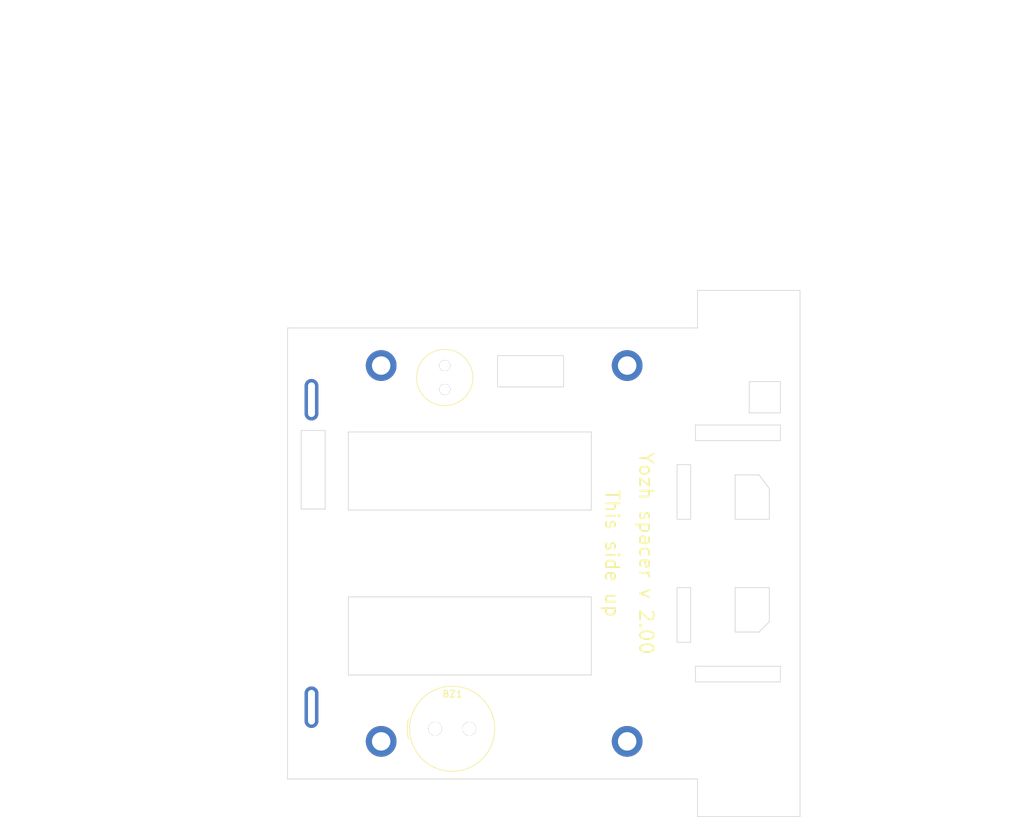
<source format=kicad_pcb>
(kicad_pcb (version 20210722) (generator pcbnew)
  (layers (0 "F.Cu" signal) (31 "B.Cu" signal) (34 "B.Paste" user) (35 "F.Paste" user) (36 "B.SilkS" user "B.Silkscreen") (37 "F.SilkS" user "F.Silkscreen") (38 "B.Mask" user) (39 "F.Mask" user) (44 "Edge.Cuts" user))
  (net 0 "")
  (net 1 "/VBAT")
  (net 2 "/BUZZER")
  (net 3 "GNDREF")
  (net 4 "VCC")
  (footprint "shurik-personal:slot_200_40_mil" (layer "F.Cu") (at 23.5 30.5)
    (fp_text reference "REF**" hide)
    (fp_text value "slot_200_40_mil" hide)
    (pad "1" thru_hole oval locked (at 0 0) (size 2.02 6.080001) (drill oval 1.02 5.08) (layers *.Cu *.Mask) (net 1 "/VBAT"))
  )
  (footprint "MountingHole:MountingHole_2.7mm_M2.5_ISO7380_Pad" (layer "F.Cu") (at 69.7 25.5)
    (fp_text reference "REF**" hide)
    (fp_text value "MountingHole_2.7mm_M2.5_ISO7380_Pad")
    (pad "1" thru_hole circle locked (at 0 0) (size 4.5 4.5) (drill 2.7) (layers *.Cu *.Mask))
  )
  (footprint "shurik-personal:slot_200_40_mil" (layer "F.Cu") (at 23.5 75.5)
    (fp_text reference "REF**" hide)
    (fp_text value "slot_200_40_mil" hide)
    (pad "1" thru_hole oval locked (at 0 0) (size 2.02 6.080001) (drill oval 1.02 5.08) (layers *.Cu *.Mask) (net 3 "GNDREF"))
  )
  (footprint "MountingHole:MountingHole_2.1mm" (layer "F.Cu") (at 83.75 40.3)
    (fp_text reference "REF**" hide)
    (fp_text value "MountingHole_2.1mm")
    (pad "" np_thru_hole circle locked (at 0 0) (size 2.1 2.1) (drill 2.1) (layers *.Cu *.Mask))
  )
  (footprint "Capacitor_THT:C_Radial_D8.0mm_H7.0mm_P3.50mm" (layer "F.Cu") (at 43 29 90)
    (fp_text reference "C5" hide)
    (fp_text value "220uF")
    (fp_circle (center 1.75 0) (end 5.87 0) (layer "F.SilkS") (width 0.12) (fill none))
    (pad "1" thru_hole circle locked (at 0 0 90) (size 1.6 1.6) (drill 2) (layers *.Cu *.Mask) (net 4 "VCC"))
    (pad "2" thru_hole circle locked (at 3.5 0 90) (size 1.6 1.6) (drill 2) (layers *.Cu *.Mask) (net 3 "GNDREF"))
  )
  (footprint "MountingHole:MountingHole_2.1mm" (layer "F.Cu") (at 91.25 65.7)
    (fp_text reference "REF**" hide)
    (fp_text value "MountingHole_2.1mm")
    (pad "" np_thru_hole circle locked (at 0 0) (size 2.1 2.1) (drill 2.1) (layers *.Cu *.Mask))
  )
  (footprint "MountingHole:MountingHole_2.7mm_M2.5_ISO7380_Pad" (layer "F.Cu") (at 69.7 80.5)
    (fp_text reference "REF**" hide)
    (fp_text value "MountingHole_2.7mm_M2.5_ISO7380_Pad")
    (pad "1" thru_hole circle locked (at 0 0) (size 4.5 4.5) (drill 2.7) (layers *.Cu *.Mask))
  )
  (footprint "Buzzer_Beeper:Buzzer_TDK_PS1240P02BT_D12.2mm_H6.5mm" (layer "F.Cu") (at 41.59 78.654)
    (fp_text reference "BZ1" (at 2.54 -5.08) (layer "F.SilkS"))
    (fp_text value "Buzzer")
    (fp_arc (start 2.5 0) (end -3.9 -1.5) (angle -26.38121493) (layer "F.SilkS") (width 0.12))
    (fp_circle (center 2.5 0) (end 8.73 0) (layer "F.SilkS") (width 0.12) (fill none))
    (pad "1" thru_hole circle locked (at 0 0) (size 2 2) (drill 2) (layers *.Cu *.Mask) (net 2 "/BUZZER"))
    (pad "2" thru_hole circle locked (at 5 0) (size 2 2) (drill 2) (layers *.Cu *.Mask) (net 3 "GNDREF"))
  )
  (footprint "MountingHole:MountingHole_2.7mm_M2.5_ISO7380_Pad" (layer "F.Cu") (at 33.7 25.5)
    (fp_text reference "REF**" hide)
    (fp_text value "MountingHole_2.7mm_M2.5_ISO7380_Pad")
    (pad "1" thru_hole circle locked (at 0 0) (size 4.5 4.5) (drill 2.7) (layers *.Cu *.Mask))
  )
  (footprint "MountingHole:MountingHole_2.7mm_M2.5_ISO7380_Pad" (layer "F.Cu") (at 33.7 80.5)
    (fp_text reference "REF**" hide)
    (fp_text value "MountingHole_2.7mm_M2.5_ISO7380_Pad")
    (pad "1" thru_hole circle locked (at 0 0) (size 4.5 4.5) (drill 2.7) (layers *.Cu *.Mask))
  )
  (footprint "MountingHole:MountingHole_2.1mm" (layer "F.Cu") (at 83.75 65.7)
    (fp_text reference "REF**" hide)
    (fp_text value "MountingHole_2.1mm")
    (pad "" np_thru_hole circle locked (at 0 0) (size 2.1 2.1) (drill 2.1) (layers *.Cu *.Mask))
  )
  (footprint "MountingHole:MountingHole_2.1mm" (layer "F.Cu") (at 91.25 40.3)
    (fp_text reference "REF**" hide)
    (fp_text value "MountingHole_2.1mm")
    (pad "" np_thru_hole circle locked (at 0 0) (size 2.1 2.1) (drill 2.1) (layers *.Cu *.Mask))
  )
  (gr_line (start 80 86) (end 20 86) (layer "Edge.Cuts") (width 0.1))
  (gr_line (start 64.45 59.35) (end 28.89 59.35) (layer "Edge.Cuts") (width 0.1))
  (gr_line (start 92.136 36.49) (end 79.69 36.49) (layer "Edge.Cuts") (width 0.1))
  (gr_rect (start 50.734 28.616) (end 60.386 24.044) (layer "Edge.Cuts") (width 0.1) (fill none))
  (gr_line (start 77 58) (end 77 66) (layer "Edge.Cuts") (width 0.1))
  (gr_line (start 80 14.5) (end 80 20) (layer "Edge.Cuts") (width 0.1))
  (gr_line (start 90.5 58) (end 90.5 63) (layer "Edge.Cuts") (width 0.1))
  (gr_line (start 85.5 48) (end 85.5 42) (layer "Edge.Cuts") (width 0.1))
  (gr_line (start 64.45 46.65) (end 64.45 35.22) (layer "Edge.Cuts") (width 0.1))
  (gr_line (start 85.5 64) (end 85.5 64.5) (layer "Edge.Cuts") (width 0.1))
  (gr_line (start 79.69 71.796) (end 79.69 69.51) (layer "Edge.Cuts") (width 0.1))
  (gr_line (start 22 46.5) (end 22 35) (layer "Edge.Cuts") (width 0.1))
  (gr_line (start 64.45 35.22) (end 28.89 35.22) (layer "Edge.Cuts") (width 0.1))
  (gr_line (start 90.5 43.5) (end 90.5 48) (layer "Edge.Cuts") (width 0.1))
  (gr_line (start 28.89 35.22) (end 28.89 46.65) (layer "Edge.Cuts") (width 0.1))
  (gr_line (start 85.5 42) (end 85.5 41.5) (layer "Edge.Cuts") (width 0.1))
  (gr_line (start 85.5 41.5) (end 89 41.5) (layer "Edge.Cuts") (width 0.1))
  (gr_line (start 95 14.5) (end 95 91.5) (layer "Edge.Cuts") (width 0.1))
  (gr_line (start 92.136 34.204) (end 92.136 36.49) (layer "Edge.Cuts") (width 0.1))
  (gr_line (start 28.89 46.65) (end 64.45 46.65) (layer "Edge.Cuts") (width 0.1))
  (gr_line (start 20 20) (end 80 20) (layer "Edge.Cuts") (width 0.1))
  (gr_line (start 85.5 64.5) (end 89 64.5) (layer "Edge.Cuts") (width 0.1))
  (gr_line (start 90.5 48) (end 85.5 48) (layer "Edge.Cuts") (width 0.1))
  (gr_line (start 92.136 71.796) (end 79.69 71.796) (layer "Edge.Cuts") (width 0.1))
  (gr_line (start 77 48) (end 77 40) (layer "Edge.Cuts") (width 0.1))
  (gr_line (start 79.69 36.49) (end 79.69 34.204) (layer "Edge.Cuts") (width 0.1))
  (gr_line (start 92.136 69.51) (end 92.136 71.796) (layer "Edge.Cuts") (width 0.1))
  (gr_line (start 79.69 69.51) (end 92.136 69.51) (layer "Edge.Cuts") (width 0.1))
  (gr_line (start 79.69 34.204) (end 92.136 34.204) (layer "Edge.Cuts") (width 0.1))
  (gr_line (start 79 40) (end 79 48) (layer "Edge.Cuts") (width 0.1))
  (gr_line (start 79 48) (end 77 48) (layer "Edge.Cuts") (width 0.1))
  (gr_line (start 95 91.5) (end 80 91.5) (layer "Edge.Cuts") (width 0.1))
  (gr_line (start 28.89 59.35) (end 28.89 70.78) (layer "Edge.Cuts") (width 0.1))
  (gr_line (start 95 14.5) (end 80 14.5) (layer "Edge.Cuts") (width 0.1))
  (gr_line (start 80 91.5) (end 80 86) (layer "Edge.Cuts") (width 0.1))
  (gr_rect (start 87.564 32.426) (end 92.136 27.854) (layer "Edge.Cuts") (width 0.1) (fill none))
  (gr_line (start 77 40) (end 79 40) (layer "Edge.Cuts") (width 0.1))
  (gr_line (start 77 58) (end 79 58) (layer "Edge.Cuts") (width 0.1))
  (gr_line (start 25.5 46.5) (end 22 46.5) (layer "Edge.Cuts") (width 0.1))
  (gr_line (start 85.5 58) (end 90.5 58) (layer "Edge.Cuts") (width 0.1))
  (gr_line (start 85.5 64) (end 85.5 58) (layer "Edge.Cuts") (width 0.1))
  (gr_line (start 79 58) (end 79 66) (layer "Edge.Cuts") (width 0.1))
  (gr_line (start 77 66) (end 79 66) (layer "Edge.Cuts") (width 0.1))
  (gr_line (start 28.89 70.78) (end 64.45 70.78) (layer "Edge.Cuts") (width 0.1))
  (gr_line (start 22 35) (end 25.5 35) (layer "Edge.Cuts") (width 0.1))
  (gr_line (start 64.45 70.78) (end 64.45 59.35) (layer "Edge.Cuts") (width 0.1))
  (gr_line (start 20 86) (end 20 20) (layer "Edge.Cuts") (width 0.1))
  (gr_line (start 25.5 35) (end 25.5 46.5) (layer "Edge.Cuts") (width 0.1))
  (gr_line (start 89 41.5) (end 90.5 43.5) (layer "Edge.Cuts") (width 0.1))
  (gr_line (start 89 64.5) (end 90.5 63) (layer "Edge.Cuts") (width 0.1))
  (gr_text "Yozh spacer v 2.00" (at 72.5 53 270) (layer "F.SilkS") (effects (font (size 2 2) (thickness 0.25))))
  (gr_text "This side up" (at 67.5 53 270) (layer "F.SilkS") (effects (font (size 2 2) (thickness 0.25))))
)
</source>
